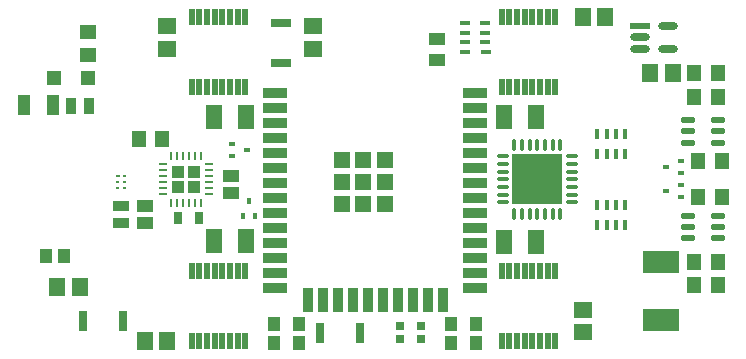
<source format=gtp>
G04*
G04 #@! TF.GenerationSoftware,Altium Limited,Altium Designer,22.2.1 (43)*
G04*
G04 Layer_Color=8421504*
%FSLAX25Y25*%
%MOIN*%
G70*
G04*
G04 #@! TF.SameCoordinates,0E938A99-CEBE-4E5B-98FA-E82972142B6D*
G04*
G04*
G04 #@! TF.FilePolarity,Positive*
G04*
G01*
G75*
%ADD16R,0.04331X0.04331*%
%ADD17R,0.06102X0.05512*%
%ADD18R,0.05709X0.04724*%
%ADD19R,0.05315X0.03937*%
%ADD20R,0.12402X0.07717*%
%ADD21R,0.03543X0.01673*%
%ADD22R,0.07874X0.03543*%
%ADD23R,0.03543X0.07874*%
%ADD24R,0.05236X0.05236*%
%ADD25R,0.01673X0.03543*%
%ADD26O,0.01181X0.04528*%
%ADD27O,0.04528X0.01181*%
%ADD28R,0.16535X0.16535*%
%ADD29R,0.04724X0.05709*%
%ADD30R,0.02000X0.01402*%
G04:AMPARAMS|DCode=31|XSize=47.64mil|YSize=23.23mil|CornerRadius=5.81mil|HoleSize=0mil|Usage=FLASHONLY|Rotation=0.000|XOffset=0mil|YOffset=0mil|HoleType=Round|Shape=RoundedRectangle|*
%AMROUNDEDRECTD31*
21,1,0.04764,0.01161,0,0,0.0*
21,1,0.03602,0.02323,0,0,0.0*
1,1,0.01161,0.01801,-0.00581*
1,1,0.01161,-0.01801,-0.00581*
1,1,0.01161,-0.01801,0.00581*
1,1,0.01161,0.01801,0.00581*
%
%ADD31ROUNDEDRECTD31*%
%ADD32R,0.05512X0.06102*%
%ADD33R,0.04331X0.04724*%
%ADD34R,0.03150X0.06693*%
G04:AMPARAMS|DCode=35|XSize=67.21mil|YSize=24.25mil|CornerRadius=12.12mil|HoleSize=0mil|Usage=FLASHONLY|Rotation=0.000|XOffset=0mil|YOffset=0mil|HoleType=Round|Shape=RoundedRectangle|*
%AMROUNDEDRECTD35*
21,1,0.06721,0.00000,0,0,0.0*
21,1,0.04296,0.02425,0,0,0.0*
1,1,0.02425,0.02148,0.00000*
1,1,0.02425,-0.02148,0.00000*
1,1,0.02425,-0.02148,0.00000*
1,1,0.02425,0.02148,0.00000*
%
%ADD35ROUNDEDRECTD35*%
%ADD36R,0.06721X0.02425*%
%ADD37R,0.05906X0.05512*%
%ADD38R,0.05591X0.08386*%
G04:AMPARAMS|DCode=39|XSize=17.72mil|YSize=55.12mil|CornerRadius=1.95mil|HoleSize=0mil|Usage=FLASHONLY|Rotation=180.000|XOffset=0mil|YOffset=0mil|HoleType=Round|Shape=RoundedRectangle|*
%AMROUNDEDRECTD39*
21,1,0.01772,0.05122,0,0,180.0*
21,1,0.01382,0.05512,0,0,180.0*
1,1,0.00390,-0.00691,0.02561*
1,1,0.00390,0.00691,0.02561*
1,1,0.00390,0.00691,-0.02561*
1,1,0.00390,-0.00691,-0.02561*
%
%ADD39ROUNDEDRECTD39*%
%ADD40R,0.02756X0.02756*%
%ADD41R,0.05315X0.04331*%
%ADD42R,0.01402X0.02000*%
%ADD43R,0.03150X0.04134*%
%ADD44R,0.03740X0.05315*%
%ADD45R,0.04921X0.04803*%
%ADD46R,0.05315X0.03740*%
%ADD47R,0.00984X0.02756*%
%ADD48R,0.02756X0.00984*%
%ADD49R,0.03937X0.07087*%
%ADD50R,0.05512X0.05906*%
%ADD51R,0.06693X0.03150*%
%ADD52R,0.03960X0.05151*%
G36*
X39088Y60403D02*
X39143Y60348D01*
X39173Y60275D01*
Y60236D01*
Y59842D01*
Y59803D01*
X39143Y59731D01*
X39088Y59676D01*
X39015Y59646D01*
X38150D01*
X38078Y59676D01*
X38022Y59731D01*
X37992Y59803D01*
Y59842D01*
Y60236D01*
Y60275D01*
X38022Y60348D01*
X38078Y60403D01*
X38150Y60433D01*
X39015D01*
X39088Y60403D01*
D02*
G37*
G36*
X36922D02*
X36978Y60348D01*
X37008Y60275D01*
Y60236D01*
Y59842D01*
Y59803D01*
X36978Y59731D01*
X36922Y59676D01*
X36850Y59646D01*
X35788D01*
X35715Y59676D01*
X35660Y59731D01*
X35630Y59803D01*
Y59842D01*
Y60236D01*
Y60275D01*
X35660Y60348D01*
X35715Y60403D01*
X35788Y60433D01*
X36850D01*
X36922Y60403D01*
D02*
G37*
G36*
X39088Y58435D02*
X39143Y58379D01*
X39173Y58307D01*
Y58268D01*
Y57874D01*
Y57835D01*
X39143Y57762D01*
X39088Y57707D01*
X39015Y57677D01*
X38150D01*
X38078Y57707D01*
X38022Y57762D01*
X37992Y57835D01*
Y57874D01*
Y58268D01*
Y58307D01*
X38022Y58379D01*
X38078Y58435D01*
X38150Y58465D01*
X39015D01*
X39088Y58435D01*
D02*
G37*
G36*
X36726D02*
X36781Y58379D01*
X36811Y58307D01*
Y58268D01*
Y57874D01*
Y57835D01*
X36781Y57762D01*
X36726Y57707D01*
X36653Y57677D01*
X35788D01*
X35715Y57707D01*
X35660Y57762D01*
X35630Y57835D01*
Y57874D01*
Y58268D01*
Y58307D01*
X35660Y58379D01*
X35715Y58435D01*
X35788Y58465D01*
X36653D01*
X36726Y58435D01*
D02*
G37*
G36*
X39088Y56466D02*
X39143Y56411D01*
X39173Y56338D01*
Y56299D01*
Y55905D01*
Y55866D01*
X39143Y55794D01*
X39088Y55739D01*
X39015Y55709D01*
X38150D01*
X38078Y55739D01*
X38022Y55794D01*
X37992Y55866D01*
Y55905D01*
Y56299D01*
Y56338D01*
X38022Y56411D01*
X38078Y56466D01*
X38150Y56496D01*
X39015D01*
X39088Y56466D01*
D02*
G37*
G36*
X36726D02*
X36781Y56411D01*
X36811Y56338D01*
Y56299D01*
Y55905D01*
Y55866D01*
X36781Y55794D01*
X36726Y55739D01*
X36653Y55709D01*
X35788D01*
X35715Y55739D01*
X35660Y55794D01*
X35630Y55866D01*
Y55905D01*
Y56299D01*
Y56338D01*
X35660Y56411D01*
X35715Y56466D01*
X35788Y56496D01*
X36653D01*
X36726Y56466D01*
D02*
G37*
D16*
X61614Y56496D02*
D03*
X56496Y56496D02*
D03*
X61614Y61614D02*
D03*
X56496Y61614D02*
D03*
D17*
X101378Y102559D02*
D03*
Y110039D02*
D03*
D18*
X26378Y108268D02*
D03*
Y100394D02*
D03*
D19*
X142717Y105905D02*
D03*
Y98819D02*
D03*
D20*
X217520Y11988D02*
D03*
Y31319D02*
D03*
D21*
X152165Y101575D02*
D03*
Y104724D02*
D03*
Y107874D02*
D03*
Y111024D02*
D03*
X158858D02*
D03*
Y107874D02*
D03*
Y104724D02*
D03*
X158859Y101575D02*
D03*
D22*
X88583Y87638D02*
D03*
Y82638D02*
D03*
Y77638D02*
D03*
Y72638D02*
D03*
Y67638D02*
D03*
Y62638D02*
D03*
Y57638D02*
D03*
Y52638D02*
D03*
Y47638D02*
D03*
Y42638D02*
D03*
Y37638D02*
D03*
Y32638D02*
D03*
Y27638D02*
D03*
Y22638D02*
D03*
X155512D02*
D03*
Y27638D02*
D03*
Y32638D02*
D03*
Y37638D02*
D03*
Y42638D02*
D03*
Y47638D02*
D03*
Y52638D02*
D03*
Y57638D02*
D03*
Y62638D02*
D03*
Y67638D02*
D03*
Y72638D02*
D03*
Y77638D02*
D03*
Y82638D02*
D03*
Y87638D02*
D03*
D23*
X99547Y18701D02*
D03*
X104547D02*
D03*
X109547D02*
D03*
X114547D02*
D03*
X119547D02*
D03*
X124547D02*
D03*
X129547D02*
D03*
X134547D02*
D03*
X139547D02*
D03*
X144547D02*
D03*
D24*
X110886Y65335D02*
D03*
X118110D02*
D03*
X125335D02*
D03*
X110886Y58110D02*
D03*
X118110D02*
D03*
X125335D02*
D03*
X110886Y50886D02*
D03*
X118110D02*
D03*
X125335D02*
D03*
D25*
X205512Y43898D02*
D03*
X202362D02*
D03*
X199213D02*
D03*
X196063D02*
D03*
Y50591D02*
D03*
X199213D02*
D03*
X202362D02*
D03*
X205512Y50591D02*
D03*
X196063Y74213D02*
D03*
X199213D02*
D03*
X202362D02*
D03*
X205512D02*
D03*
Y67520D02*
D03*
X202362D02*
D03*
X199213D02*
D03*
X196063Y67519D02*
D03*
D26*
X183858Y70571D02*
D03*
X181299D02*
D03*
X178740D02*
D03*
X176181D02*
D03*
X173622D02*
D03*
X171063D02*
D03*
X168504D02*
D03*
Y47539D02*
D03*
X171063D02*
D03*
X173622D02*
D03*
X176181D02*
D03*
X178740D02*
D03*
X181299D02*
D03*
X183858D02*
D03*
D27*
X164665Y66732D02*
D03*
Y64173D02*
D03*
Y61614D02*
D03*
Y59055D02*
D03*
Y56496D02*
D03*
Y53937D02*
D03*
Y51378D02*
D03*
X187697D02*
D03*
Y53937D02*
D03*
Y56496D02*
D03*
Y59055D02*
D03*
Y61614D02*
D03*
Y64173D02*
D03*
Y66732D02*
D03*
D28*
X176181Y59055D02*
D03*
D29*
X237598Y53150D02*
D03*
X229724D02*
D03*
X237598Y64961D02*
D03*
X229724D02*
D03*
X228346Y94488D02*
D03*
X236221D02*
D03*
X228346Y86614D02*
D03*
X236221D02*
D03*
X228346Y31496D02*
D03*
X236221D02*
D03*
X228346Y23622D02*
D03*
X236221D02*
D03*
X43307Y72441D02*
D03*
X51181D02*
D03*
D30*
X218907Y55118D02*
D03*
X224006Y57087D02*
D03*
Y53150D02*
D03*
X218907Y62992D02*
D03*
X224006Y64961D02*
D03*
Y61024D02*
D03*
X74222Y70866D02*
D03*
Y66929D02*
D03*
X79321Y68898D02*
D03*
D31*
X236240Y71260D02*
D03*
Y75000D02*
D03*
Y78740D02*
D03*
X226358Y71260D02*
D03*
Y75000D02*
D03*
Y78740D02*
D03*
X236240Y39370D02*
D03*
Y43110D02*
D03*
Y46850D02*
D03*
X226358Y39370D02*
D03*
Y43110D02*
D03*
Y46850D02*
D03*
D32*
X23622Y23031D02*
D03*
X16142D02*
D03*
X213779Y94488D02*
D03*
X221260D02*
D03*
D33*
X96653Y4331D02*
D03*
X88386D02*
D03*
X96653Y10827D02*
D03*
X88386D02*
D03*
X155709Y4331D02*
D03*
X147441D02*
D03*
X155709Y10827D02*
D03*
X147441D02*
D03*
D34*
X116929Y7874D02*
D03*
X103543D02*
D03*
X24803Y11811D02*
D03*
X38189D02*
D03*
D35*
X219687Y110039D02*
D03*
Y102559D02*
D03*
X210234D02*
D03*
Y106299D02*
D03*
D36*
Y110039D02*
D03*
D37*
X52756Y102559D02*
D03*
Y110039D02*
D03*
X191339Y8071D02*
D03*
Y15551D02*
D03*
D38*
X68504Y38386D02*
D03*
X79134D02*
D03*
X68504Y79724D02*
D03*
X79134D02*
D03*
X175591Y38189D02*
D03*
X164961D02*
D03*
X175591Y79724D02*
D03*
X164961D02*
D03*
D39*
X182185Y28346D02*
D03*
X179626D02*
D03*
X177067D02*
D03*
X174508D02*
D03*
X171949D02*
D03*
X169390D02*
D03*
X166831D02*
D03*
X164272D02*
D03*
X182185Y5118D02*
D03*
X179626D02*
D03*
X177067D02*
D03*
X174508D02*
D03*
X171949D02*
D03*
X169390D02*
D03*
X166831D02*
D03*
X164272D02*
D03*
X164272Y89764D02*
D03*
X166831D02*
D03*
X169390D02*
D03*
X171949D02*
D03*
X174508D02*
D03*
X177067D02*
D03*
X179626D02*
D03*
X182185D02*
D03*
X164272Y112992D02*
D03*
X166831D02*
D03*
X169390D02*
D03*
X171949D02*
D03*
X174508D02*
D03*
X177067D02*
D03*
X179626D02*
D03*
X182185D02*
D03*
X78839Y28346D02*
D03*
X76279D02*
D03*
X73721D02*
D03*
X71161D02*
D03*
X68602D02*
D03*
X66043D02*
D03*
X63484D02*
D03*
X60925D02*
D03*
X78839Y5118D02*
D03*
X76279D02*
D03*
X73721D02*
D03*
X71161D02*
D03*
X68602D02*
D03*
X66043D02*
D03*
X63484D02*
D03*
X60925D02*
D03*
X60925Y89764D02*
D03*
X63484D02*
D03*
X66043D02*
D03*
X68602D02*
D03*
X71161D02*
D03*
X73721D02*
D03*
X76279D02*
D03*
X78839D02*
D03*
X60925Y112992D02*
D03*
X63484D02*
D03*
X66043D02*
D03*
X68602D02*
D03*
X71161D02*
D03*
X73721D02*
D03*
X76279D02*
D03*
X78839D02*
D03*
D40*
X137461Y5709D02*
D03*
Y10039D02*
D03*
X130256Y5709D02*
D03*
Y10039D02*
D03*
D41*
X74016Y54528D02*
D03*
Y60039D02*
D03*
X45276Y50000D02*
D03*
Y44488D02*
D03*
D42*
X78150Y46663D02*
D03*
X82087D02*
D03*
X80118Y51762D02*
D03*
D43*
X56201Y46260D02*
D03*
X63484D02*
D03*
D44*
X20669Y83465D02*
D03*
X26575D02*
D03*
D45*
X14862Y92913D02*
D03*
X26476D02*
D03*
D46*
X37402Y44291D02*
D03*
Y50197D02*
D03*
D47*
X54134Y66831D02*
D03*
X56102D02*
D03*
X58071D02*
D03*
X60039D02*
D03*
X62008D02*
D03*
X63976D02*
D03*
Y51279D02*
D03*
X62008D02*
D03*
X60039D02*
D03*
X58071D02*
D03*
X56102D02*
D03*
X54134D02*
D03*
D48*
X66831Y63976D02*
D03*
Y62008D02*
D03*
Y60039D02*
D03*
Y58071D02*
D03*
Y56102D02*
D03*
Y54134D02*
D03*
X51279D02*
D03*
Y56102D02*
D03*
Y58071D02*
D03*
Y60039D02*
D03*
Y62008D02*
D03*
Y63976D02*
D03*
D49*
X14764Y83661D02*
D03*
X4921D02*
D03*
D50*
X52756Y5118D02*
D03*
X45276D02*
D03*
X198819Y112992D02*
D03*
X191339D02*
D03*
D51*
X90551Y111024D02*
D03*
Y97638D02*
D03*
D52*
X12495Y33465D02*
D03*
X18214D02*
D03*
M02*

</source>
